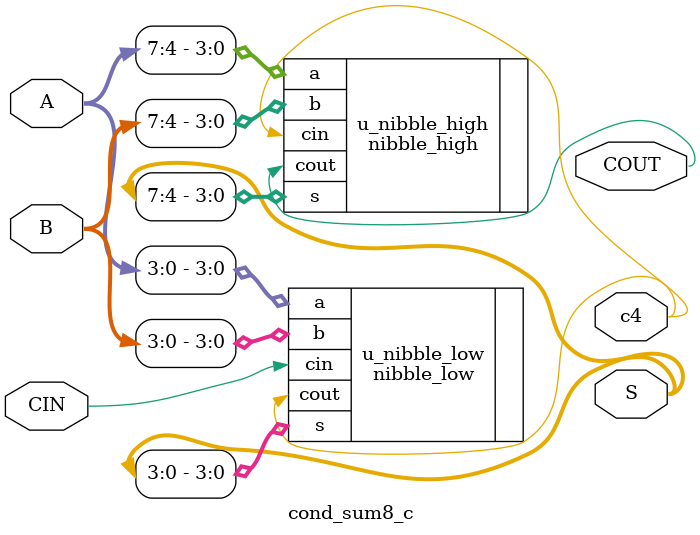
<source format=v>
module cond_sum8_c ( A, B, CIN, S, COUT, c4 );

input  [7:0] A, B;
input        CIN;
output [7:0] S;
output       COUT;
output       c4;

wire c4;

nibble_low u_nibble_low   (.a(A[3:0]), .b(B[3:0]), .cin(CIN), .s(S[3:0]), .cout(c4  ) );
nibble_high u_nibble_high (.a(A[7:4]), .b(B[7:4]), .cin(c4 ), .s(S[7:4]), .cout(COUT) );

endmodule



</source>
